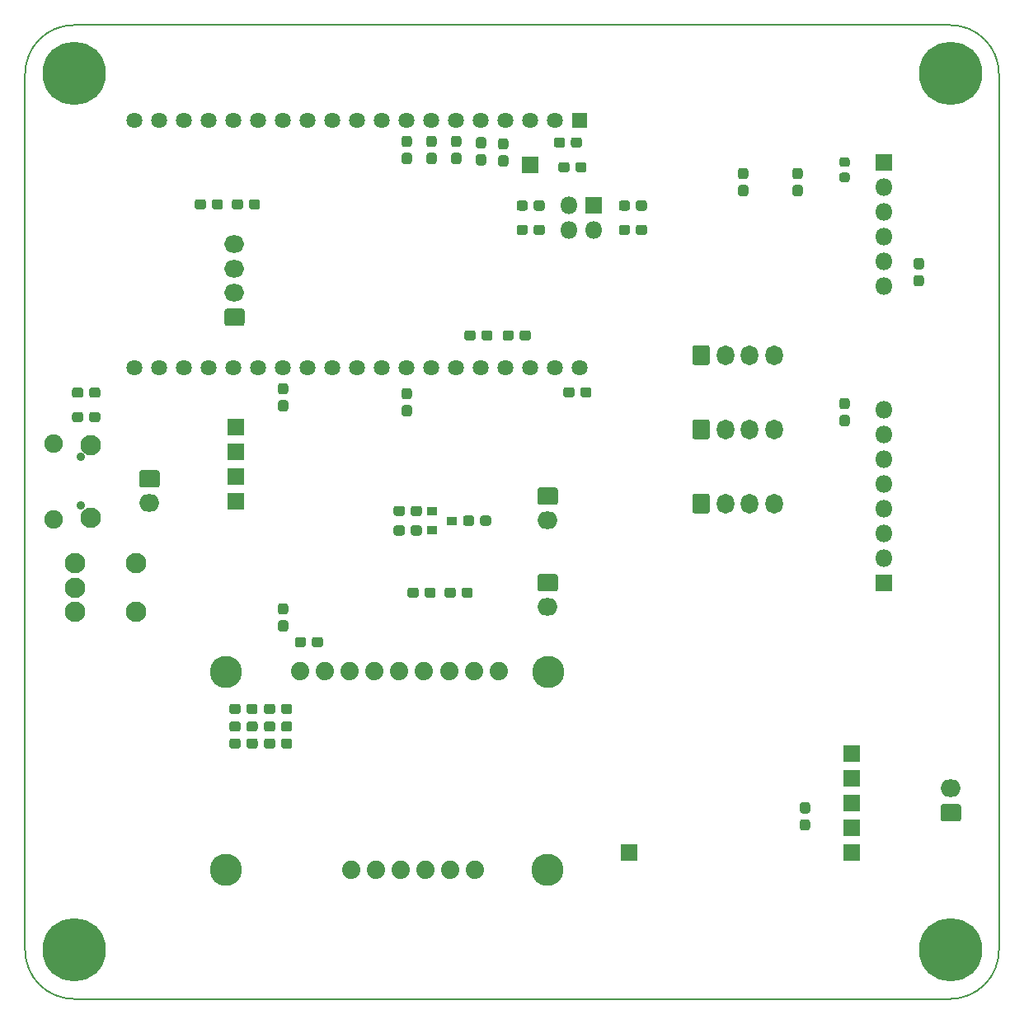
<source format=gbr>
%TF.GenerationSoftware,KiCad,Pcbnew,(5.1.6)-1*%
%TF.CreationDate,2021-04-07T10:22:09+02:00*%
%TF.ProjectId,03_La_Boite_A_Meuh,30335f4c-615f-4426-9f69-74655f415f4d,rev?*%
%TF.SameCoordinates,Original*%
%TF.FileFunction,Soldermask,Bot*%
%TF.FilePolarity,Negative*%
%FSLAX46Y46*%
G04 Gerber Fmt 4.6, Leading zero omitted, Abs format (unit mm)*
G04 Created by KiCad (PCBNEW (5.1.6)-1) date 2021-04-07 10:22:09*
%MOMM*%
%LPD*%
G01*
G04 APERTURE LIST*
%TA.AperFunction,Profile*%
%ADD10C,0.150000*%
%TD*%
%ADD11C,1.630000*%
%ADD12R,1.630000X1.630000*%
%ADD13R,1.800000X1.800000*%
%ADD14C,0.900000*%
%ADD15C,1.900000*%
%ADD16C,2.100000*%
%ADD17R,1.000000X0.900000*%
%ADD18C,6.500000*%
%ADD19O,2.100000X1.800000*%
%ADD20O,1.800000X2.050000*%
%ADD21O,1.800000X1.800000*%
%ADD22C,1.879600*%
%ADD23C,3.301600*%
%ADD24O,2.050000X1.800000*%
G04 APERTURE END LIST*
D10*
X180000000Y-55000000D02*
X195000000Y-55000000D01*
X157000000Y-55000000D02*
X180000000Y-55000000D01*
X195000000Y-55000000D02*
G75*
G02*
X200000000Y-60000000I0J-5000000D01*
G01*
X200000000Y-150000000D02*
G75*
G02*
X195000000Y-155000000I-5000000J0D01*
G01*
X105000000Y-155000000D02*
G75*
G02*
X100000000Y-150000000I0J5000000D01*
G01*
X100000000Y-60000000D02*
G75*
G02*
X105000000Y-55000000I5000000J0D01*
G01*
X100000000Y-150000000D02*
X100000000Y-60000000D01*
X195000000Y-155000000D02*
X105000000Y-155000000D01*
X200000000Y-60000000D02*
X200000000Y-150000000D01*
X105000000Y-55000000D02*
X157000000Y-55000000D01*
D11*
%TO.C,U2*%
X156962000Y-90170000D03*
X154422000Y-90170000D03*
X151882000Y-90170000D03*
X149342000Y-90170000D03*
X146802000Y-90170000D03*
X144262000Y-90170000D03*
X141722000Y-90170000D03*
X139182000Y-90170000D03*
X136642000Y-90170000D03*
X134102000Y-90170000D03*
X131562000Y-90170000D03*
X129022000Y-90170000D03*
X126482000Y-90170000D03*
X123942000Y-90170000D03*
X121402000Y-90170000D03*
X118862000Y-90170000D03*
X116322000Y-90170000D03*
X113782000Y-90170000D03*
X111242000Y-90170000D03*
X111242000Y-64770000D03*
X113782000Y-64770000D03*
X116322000Y-64770000D03*
X118862000Y-64770000D03*
X121402000Y-64770000D03*
X123942000Y-64770000D03*
X126482000Y-64770000D03*
X129022000Y-64770000D03*
X131562000Y-64770000D03*
X134102000Y-64770000D03*
X136642000Y-64770000D03*
X139182000Y-64770000D03*
X141722000Y-64770000D03*
X144262000Y-64770000D03*
X146802000Y-64770000D03*
X149342000Y-64770000D03*
X151882000Y-64770000D03*
X154422000Y-64770000D03*
D12*
X156962000Y-64770000D03*
%TD*%
D13*
%TO.C,U4*%
X121666000Y-103886000D03*
X121666000Y-101346000D03*
X121666000Y-98806000D03*
X121666000Y-96266000D03*
%TD*%
D14*
%TO.C,J9*%
X105702000Y-104354000D03*
X105702000Y-99354000D03*
D15*
X102952000Y-105729000D03*
X102952000Y-97979000D03*
D16*
X106752000Y-105579000D03*
X106752000Y-98129000D03*
%TD*%
%TO.C,R1*%
G36*
G01*
X106573001Y-93009499D02*
X106573001Y-92484499D01*
G75*
G02*
X106835501Y-92221999I262500J0D01*
G01*
X107460501Y-92221999D01*
G75*
G02*
X107723001Y-92484499I0J-262500D01*
G01*
X107723001Y-93009499D01*
G75*
G02*
X107460501Y-93271999I-262500J0D01*
G01*
X106835501Y-93271999D01*
G75*
G02*
X106573001Y-93009499I0J262500D01*
G01*
G37*
G36*
G01*
X104823001Y-93009499D02*
X104823001Y-92484499D01*
G75*
G02*
X105085501Y-92221999I262500J0D01*
G01*
X105710501Y-92221999D01*
G75*
G02*
X105973001Y-92484499I0J-262500D01*
G01*
X105973001Y-93009499D01*
G75*
G02*
X105710501Y-93271999I-262500J0D01*
G01*
X105085501Y-93271999D01*
G75*
G02*
X104823001Y-93009499I0J262500D01*
G01*
G37*
%TD*%
%TO.C,C1*%
G36*
G01*
X106573001Y-95519499D02*
X106573001Y-94994499D01*
G75*
G02*
X106835501Y-94731999I262500J0D01*
G01*
X107460501Y-94731999D01*
G75*
G02*
X107723001Y-94994499I0J-262500D01*
G01*
X107723001Y-95519499D01*
G75*
G02*
X107460501Y-95781999I-262500J0D01*
G01*
X106835501Y-95781999D01*
G75*
G02*
X106573001Y-95519499I0J262500D01*
G01*
G37*
G36*
G01*
X104823001Y-95519499D02*
X104823001Y-94994499D01*
G75*
G02*
X105085501Y-94731999I262500J0D01*
G01*
X105710501Y-94731999D01*
G75*
G02*
X105973001Y-94994499I0J-262500D01*
G01*
X105973001Y-95519499D01*
G75*
G02*
X105710501Y-95781999I-262500J0D01*
G01*
X105085501Y-95781999D01*
G75*
G02*
X104823001Y-95519499I0J262500D01*
G01*
G37*
%TD*%
%TO.C,R15*%
G36*
G01*
X122382000Y-73143500D02*
X122382000Y-73668500D01*
G75*
G02*
X122119500Y-73931000I-262500J0D01*
G01*
X121494500Y-73931000D01*
G75*
G02*
X121232000Y-73668500I0J262500D01*
G01*
X121232000Y-73143500D01*
G75*
G02*
X121494500Y-72881000I262500J0D01*
G01*
X122119500Y-72881000D01*
G75*
G02*
X122382000Y-73143500I0J-262500D01*
G01*
G37*
G36*
G01*
X124132000Y-73143500D02*
X124132000Y-73668500D01*
G75*
G02*
X123869500Y-73931000I-262500J0D01*
G01*
X123244500Y-73931000D01*
G75*
G02*
X122982000Y-73668500I0J262500D01*
G01*
X122982000Y-73143500D01*
G75*
G02*
X123244500Y-72881000I262500J0D01*
G01*
X123869500Y-72881000D01*
G75*
G02*
X124132000Y-73143500I0J-262500D01*
G01*
G37*
%TD*%
D17*
%TO.C,Q1*%
X143794000Y-105892000D03*
X141794000Y-104942000D03*
X141794000Y-106842000D03*
%TD*%
D14*
%TO.C,H3*%
X196697056Y-148302944D03*
X195000000Y-147600000D03*
X193302944Y-148302944D03*
X192600000Y-150000000D03*
X193302944Y-151697056D03*
X195000000Y-152400000D03*
X196697056Y-151697056D03*
X197400000Y-150000000D03*
D18*
X195000000Y-150000000D03*
%TD*%
D14*
%TO.C,H1*%
X106697056Y-58302944D03*
X105000000Y-57600000D03*
X103302944Y-58302944D03*
X102600000Y-60000000D03*
X103302944Y-61697056D03*
X105000000Y-62400000D03*
X106697056Y-61697056D03*
X107400000Y-60000000D03*
D18*
X105000000Y-60000000D03*
%TD*%
D14*
%TO.C,H2*%
X196697056Y-58302944D03*
X195000000Y-57600000D03*
X193302944Y-58302944D03*
X192600000Y-60000000D03*
X193302944Y-61697056D03*
X195000000Y-62400000D03*
X196697056Y-61697056D03*
X197400000Y-60000000D03*
D18*
X195000000Y-60000000D03*
%TD*%
D14*
%TO.C,H4*%
X106697056Y-148302944D03*
X105000000Y-147600000D03*
X103302944Y-148302944D03*
X102600000Y-150000000D03*
X103302944Y-151697056D03*
X105000000Y-152400000D03*
X106697056Y-151697056D03*
X107400000Y-150000000D03*
D18*
X105000000Y-150000000D03*
%TD*%
%TO.C,C4*%
G36*
G01*
X126284000Y-129040500D02*
X126284000Y-128515500D01*
G75*
G02*
X126546500Y-128253000I262500J0D01*
G01*
X127171500Y-128253000D01*
G75*
G02*
X127434000Y-128515500I0J-262500D01*
G01*
X127434000Y-129040500D01*
G75*
G02*
X127171500Y-129303000I-262500J0D01*
G01*
X126546500Y-129303000D01*
G75*
G02*
X126284000Y-129040500I0J262500D01*
G01*
G37*
G36*
G01*
X124534000Y-129040500D02*
X124534000Y-128515500D01*
G75*
G02*
X124796500Y-128253000I262500J0D01*
G01*
X125421500Y-128253000D01*
G75*
G02*
X125684000Y-128515500I0J-262500D01*
G01*
X125684000Y-129040500D01*
G75*
G02*
X125421500Y-129303000I-262500J0D01*
G01*
X124796500Y-129303000D01*
G75*
G02*
X124534000Y-129040500I0J262500D01*
G01*
G37*
%TD*%
%TO.C,C5*%
G36*
G01*
X126284000Y-127284500D02*
X126284000Y-126759500D01*
G75*
G02*
X126546500Y-126497000I262500J0D01*
G01*
X127171500Y-126497000D01*
G75*
G02*
X127434000Y-126759500I0J-262500D01*
G01*
X127434000Y-127284500D01*
G75*
G02*
X127171500Y-127547000I-262500J0D01*
G01*
X126546500Y-127547000D01*
G75*
G02*
X126284000Y-127284500I0J262500D01*
G01*
G37*
G36*
G01*
X124534000Y-127284500D02*
X124534000Y-126759500D01*
G75*
G02*
X124796500Y-126497000I262500J0D01*
G01*
X125421500Y-126497000D01*
G75*
G02*
X125684000Y-126759500I0J-262500D01*
G01*
X125684000Y-127284500D01*
G75*
G02*
X125421500Y-127547000I-262500J0D01*
G01*
X124796500Y-127547000D01*
G75*
G02*
X124534000Y-127284500I0J262500D01*
G01*
G37*
%TD*%
%TO.C,C6*%
G36*
G01*
X126284000Y-125484500D02*
X126284000Y-124959500D01*
G75*
G02*
X126546500Y-124697000I262500J0D01*
G01*
X127171500Y-124697000D01*
G75*
G02*
X127434000Y-124959500I0J-262500D01*
G01*
X127434000Y-125484500D01*
G75*
G02*
X127171500Y-125747000I-262500J0D01*
G01*
X126546500Y-125747000D01*
G75*
G02*
X126284000Y-125484500I0J262500D01*
G01*
G37*
G36*
G01*
X124534000Y-125484500D02*
X124534000Y-124959500D01*
G75*
G02*
X124796500Y-124697000I262500J0D01*
G01*
X125421500Y-124697000D01*
G75*
G02*
X125684000Y-124959500I0J-262500D01*
G01*
X125684000Y-125484500D01*
G75*
G02*
X125421500Y-125747000I-262500J0D01*
G01*
X124796500Y-125747000D01*
G75*
G02*
X124534000Y-125484500I0J262500D01*
G01*
G37*
%TD*%
D13*
%TO.C,J10*%
X151892000Y-69342000D03*
%TD*%
D19*
%TO.C,J18*%
X153670000Y-114768000D03*
G36*
G01*
X152884706Y-111368000D02*
X154455294Y-111368000D01*
G75*
G02*
X154720000Y-111632706I0J-264706D01*
G01*
X154720000Y-112903294D01*
G75*
G02*
X154455294Y-113168000I-264706J0D01*
G01*
X152884706Y-113168000D01*
G75*
G02*
X152620000Y-112903294I0J264706D01*
G01*
X152620000Y-111632706D01*
G75*
G02*
X152884706Y-111368000I264706J0D01*
G01*
G37*
%TD*%
%TO.C,J26*%
X153670000Y-105878000D03*
G36*
G01*
X152884706Y-102478000D02*
X154455294Y-102478000D01*
G75*
G02*
X154720000Y-102742706I0J-264706D01*
G01*
X154720000Y-104013294D01*
G75*
G02*
X154455294Y-104278000I-264706J0D01*
G01*
X152884706Y-104278000D01*
G75*
G02*
X152620000Y-104013294I0J264706D01*
G01*
X152620000Y-102742706D01*
G75*
G02*
X152884706Y-102478000I264706J0D01*
G01*
G37*
%TD*%
%TO.C,J29*%
X195072000Y-133390000D03*
G36*
G01*
X195857294Y-136790000D02*
X194286706Y-136790000D01*
G75*
G02*
X194022000Y-136525294I0J264706D01*
G01*
X194022000Y-135254706D01*
G75*
G02*
X194286706Y-134990000I264706J0D01*
G01*
X195857294Y-134990000D01*
G75*
G02*
X196122000Y-135254706I0J-264706D01*
G01*
X196122000Y-136525294D01*
G75*
G02*
X195857294Y-136790000I-264706J0D01*
G01*
G37*
%TD*%
%TO.C,R2*%
G36*
G01*
X122730000Y-129040500D02*
X122730000Y-128515500D01*
G75*
G02*
X122992500Y-128253000I262500J0D01*
G01*
X123617500Y-128253000D01*
G75*
G02*
X123880000Y-128515500I0J-262500D01*
G01*
X123880000Y-129040500D01*
G75*
G02*
X123617500Y-129303000I-262500J0D01*
G01*
X122992500Y-129303000D01*
G75*
G02*
X122730000Y-129040500I0J262500D01*
G01*
G37*
G36*
G01*
X120980000Y-129040500D02*
X120980000Y-128515500D01*
G75*
G02*
X121242500Y-128253000I262500J0D01*
G01*
X121867500Y-128253000D01*
G75*
G02*
X122130000Y-128515500I0J-262500D01*
G01*
X122130000Y-129040500D01*
G75*
G02*
X121867500Y-129303000I-262500J0D01*
G01*
X121242500Y-129303000D01*
G75*
G02*
X120980000Y-129040500I0J262500D01*
G01*
G37*
%TD*%
%TO.C,R4*%
G36*
G01*
X122730000Y-127284500D02*
X122730000Y-126759500D01*
G75*
G02*
X122992500Y-126497000I262500J0D01*
G01*
X123617500Y-126497000D01*
G75*
G02*
X123880000Y-126759500I0J-262500D01*
G01*
X123880000Y-127284500D01*
G75*
G02*
X123617500Y-127547000I-262500J0D01*
G01*
X122992500Y-127547000D01*
G75*
G02*
X122730000Y-127284500I0J262500D01*
G01*
G37*
G36*
G01*
X120980000Y-127284500D02*
X120980000Y-126759500D01*
G75*
G02*
X121242500Y-126497000I262500J0D01*
G01*
X121867500Y-126497000D01*
G75*
G02*
X122130000Y-126759500I0J-262500D01*
G01*
X122130000Y-127284500D01*
G75*
G02*
X121867500Y-127547000I-262500J0D01*
G01*
X121242500Y-127547000D01*
G75*
G02*
X120980000Y-127284500I0J262500D01*
G01*
G37*
%TD*%
%TO.C,R6*%
G36*
G01*
X122728000Y-125484500D02*
X122728000Y-124959500D01*
G75*
G02*
X122990500Y-124697000I262500J0D01*
G01*
X123615500Y-124697000D01*
G75*
G02*
X123878000Y-124959500I0J-262500D01*
G01*
X123878000Y-125484500D01*
G75*
G02*
X123615500Y-125747000I-262500J0D01*
G01*
X122990500Y-125747000D01*
G75*
G02*
X122728000Y-125484500I0J262500D01*
G01*
G37*
G36*
G01*
X120978000Y-125484500D02*
X120978000Y-124959500D01*
G75*
G02*
X121240500Y-124697000I262500J0D01*
G01*
X121865500Y-124697000D01*
G75*
G02*
X122128000Y-124959500I0J-262500D01*
G01*
X122128000Y-125484500D01*
G75*
G02*
X121865500Y-125747000I-262500J0D01*
G01*
X121240500Y-125747000D01*
G75*
G02*
X120978000Y-125484500I0J262500D01*
G01*
G37*
%TD*%
%TO.C,R7*%
G36*
G01*
X156046000Y-67318500D02*
X156046000Y-66793500D01*
G75*
G02*
X156308500Y-66531000I262500J0D01*
G01*
X156933500Y-66531000D01*
G75*
G02*
X157196000Y-66793500I0J-262500D01*
G01*
X157196000Y-67318500D01*
G75*
G02*
X156933500Y-67581000I-262500J0D01*
G01*
X156308500Y-67581000D01*
G75*
G02*
X156046000Y-67318500I0J262500D01*
G01*
G37*
G36*
G01*
X154296000Y-67318500D02*
X154296000Y-66793500D01*
G75*
G02*
X154558500Y-66531000I262500J0D01*
G01*
X155183500Y-66531000D01*
G75*
G02*
X155446000Y-66793500I0J-262500D01*
G01*
X155446000Y-67318500D01*
G75*
G02*
X155183500Y-67581000I-262500J0D01*
G01*
X154558500Y-67581000D01*
G75*
G02*
X154296000Y-67318500I0J262500D01*
G01*
G37*
%TD*%
%TO.C,R8*%
G36*
G01*
X146858000Y-87130500D02*
X146858000Y-86605500D01*
G75*
G02*
X147120500Y-86343000I262500J0D01*
G01*
X147745500Y-86343000D01*
G75*
G02*
X148008000Y-86605500I0J-262500D01*
G01*
X148008000Y-87130500D01*
G75*
G02*
X147745500Y-87393000I-262500J0D01*
G01*
X147120500Y-87393000D01*
G75*
G02*
X146858000Y-87130500I0J262500D01*
G01*
G37*
G36*
G01*
X145108000Y-87130500D02*
X145108000Y-86605500D01*
G75*
G02*
X145370500Y-86343000I262500J0D01*
G01*
X145995500Y-86343000D01*
G75*
G02*
X146258000Y-86605500I0J-262500D01*
G01*
X146258000Y-87130500D01*
G75*
G02*
X145995500Y-87393000I-262500J0D01*
G01*
X145370500Y-87393000D01*
G75*
G02*
X145108000Y-87130500I0J262500D01*
G01*
G37*
%TD*%
%TO.C,R9*%
G36*
G01*
X150181000Y-86605500D02*
X150181000Y-87130500D01*
G75*
G02*
X149918500Y-87393000I-262500J0D01*
G01*
X149293500Y-87393000D01*
G75*
G02*
X149031000Y-87130500I0J262500D01*
G01*
X149031000Y-86605500D01*
G75*
G02*
X149293500Y-86343000I262500J0D01*
G01*
X149918500Y-86343000D01*
G75*
G02*
X150181000Y-86605500I0J-262500D01*
G01*
G37*
G36*
G01*
X151931000Y-86605500D02*
X151931000Y-87130500D01*
G75*
G02*
X151668500Y-87393000I-262500J0D01*
G01*
X151043500Y-87393000D01*
G75*
G02*
X150781000Y-87130500I0J262500D01*
G01*
X150781000Y-86605500D01*
G75*
G02*
X151043500Y-86343000I262500J0D01*
G01*
X151668500Y-86343000D01*
G75*
G02*
X151931000Y-86605500I0J-262500D01*
G01*
G37*
%TD*%
%TO.C,R12*%
G36*
G01*
X144826000Y-113546500D02*
X144826000Y-113021500D01*
G75*
G02*
X145088500Y-112759000I262500J0D01*
G01*
X145713500Y-112759000D01*
G75*
G02*
X145976000Y-113021500I0J-262500D01*
G01*
X145976000Y-113546500D01*
G75*
G02*
X145713500Y-113809000I-262500J0D01*
G01*
X145088500Y-113809000D01*
G75*
G02*
X144826000Y-113546500I0J262500D01*
G01*
G37*
G36*
G01*
X143076000Y-113546500D02*
X143076000Y-113021500D01*
G75*
G02*
X143338500Y-112759000I262500J0D01*
G01*
X143963500Y-112759000D01*
G75*
G02*
X144226000Y-113021500I0J-262500D01*
G01*
X144226000Y-113546500D01*
G75*
G02*
X143963500Y-113809000I-262500J0D01*
G01*
X143338500Y-113809000D01*
G75*
G02*
X143076000Y-113546500I0J262500D01*
G01*
G37*
%TD*%
%TO.C,R13*%
G36*
G01*
X183887500Y-95042000D02*
X184412500Y-95042000D01*
G75*
G02*
X184675000Y-95304500I0J-262500D01*
G01*
X184675000Y-95929500D01*
G75*
G02*
X184412500Y-96192000I-262500J0D01*
G01*
X183887500Y-96192000D01*
G75*
G02*
X183625000Y-95929500I0J262500D01*
G01*
X183625000Y-95304500D01*
G75*
G02*
X183887500Y-95042000I262500J0D01*
G01*
G37*
G36*
G01*
X183887500Y-93292000D02*
X184412500Y-93292000D01*
G75*
G02*
X184675000Y-93554500I0J-262500D01*
G01*
X184675000Y-94179500D01*
G75*
G02*
X184412500Y-94442000I-262500J0D01*
G01*
X183887500Y-94442000D01*
G75*
G02*
X183625000Y-94179500I0J262500D01*
G01*
X183625000Y-93554500D01*
G75*
G02*
X183887500Y-93292000I262500J0D01*
G01*
G37*
%TD*%
%TO.C,R14*%
G36*
G01*
X118572000Y-73143500D02*
X118572000Y-73668500D01*
G75*
G02*
X118309500Y-73931000I-262500J0D01*
G01*
X117684500Y-73931000D01*
G75*
G02*
X117422000Y-73668500I0J262500D01*
G01*
X117422000Y-73143500D01*
G75*
G02*
X117684500Y-72881000I262500J0D01*
G01*
X118309500Y-72881000D01*
G75*
G02*
X118572000Y-73143500I0J-262500D01*
G01*
G37*
G36*
G01*
X120322000Y-73143500D02*
X120322000Y-73668500D01*
G75*
G02*
X120059500Y-73931000I-262500J0D01*
G01*
X119434500Y-73931000D01*
G75*
G02*
X119172000Y-73668500I0J262500D01*
G01*
X119172000Y-73143500D01*
G75*
G02*
X119434500Y-72881000I262500J0D01*
G01*
X120059500Y-72881000D01*
G75*
G02*
X120322000Y-73143500I0J-262500D01*
G01*
G37*
%TD*%
%TO.C,R16*%
G36*
G01*
X146719000Y-106154500D02*
X146719000Y-105629500D01*
G75*
G02*
X146981500Y-105367000I262500J0D01*
G01*
X147606500Y-105367000D01*
G75*
G02*
X147869000Y-105629500I0J-262500D01*
G01*
X147869000Y-106154500D01*
G75*
G02*
X147606500Y-106417000I-262500J0D01*
G01*
X146981500Y-106417000D01*
G75*
G02*
X146719000Y-106154500I0J262500D01*
G01*
G37*
G36*
G01*
X144969000Y-106154500D02*
X144969000Y-105629500D01*
G75*
G02*
X145231500Y-105367000I262500J0D01*
G01*
X145856500Y-105367000D01*
G75*
G02*
X146119000Y-105629500I0J-262500D01*
G01*
X146119000Y-106154500D01*
G75*
G02*
X145856500Y-106417000I-262500J0D01*
G01*
X145231500Y-106417000D01*
G75*
G02*
X144969000Y-106154500I0J262500D01*
G01*
G37*
%TD*%
%TO.C,R17*%
G36*
G01*
X139594000Y-107154500D02*
X139594000Y-106629500D01*
G75*
G02*
X139856500Y-106367000I262500J0D01*
G01*
X140481500Y-106367000D01*
G75*
G02*
X140744000Y-106629500I0J-262500D01*
G01*
X140744000Y-107154500D01*
G75*
G02*
X140481500Y-107417000I-262500J0D01*
G01*
X139856500Y-107417000D01*
G75*
G02*
X139594000Y-107154500I0J262500D01*
G01*
G37*
G36*
G01*
X137844000Y-107154500D02*
X137844000Y-106629500D01*
G75*
G02*
X138106500Y-106367000I262500J0D01*
G01*
X138731500Y-106367000D01*
G75*
G02*
X138994000Y-106629500I0J-262500D01*
G01*
X138994000Y-107154500D01*
G75*
G02*
X138731500Y-107417000I-262500J0D01*
G01*
X138106500Y-107417000D01*
G75*
G02*
X137844000Y-107154500I0J262500D01*
G01*
G37*
%TD*%
%TO.C,R18*%
G36*
G01*
X138994000Y-104629500D02*
X138994000Y-105154500D01*
G75*
G02*
X138731500Y-105417000I-262500J0D01*
G01*
X138106500Y-105417000D01*
G75*
G02*
X137844000Y-105154500I0J262500D01*
G01*
X137844000Y-104629500D01*
G75*
G02*
X138106500Y-104367000I262500J0D01*
G01*
X138731500Y-104367000D01*
G75*
G02*
X138994000Y-104629500I0J-262500D01*
G01*
G37*
G36*
G01*
X140744000Y-104629500D02*
X140744000Y-105154500D01*
G75*
G02*
X140481500Y-105417000I-262500J0D01*
G01*
X139856500Y-105417000D01*
G75*
G02*
X139594000Y-105154500I0J262500D01*
G01*
X139594000Y-104629500D01*
G75*
G02*
X139856500Y-104367000I262500J0D01*
G01*
X140481500Y-104367000D01*
G75*
G02*
X140744000Y-104629500I0J-262500D01*
G01*
G37*
%TD*%
D20*
%TO.C,J7*%
X176918000Y-88900000D03*
X174418000Y-88900000D03*
X171918000Y-88900000D03*
G36*
G01*
X168518000Y-89660294D02*
X168518000Y-88139706D01*
G75*
G02*
X168782706Y-87875000I264706J0D01*
G01*
X170053294Y-87875000D01*
G75*
G02*
X170318000Y-88139706I0J-264706D01*
G01*
X170318000Y-89660294D01*
G75*
G02*
X170053294Y-89925000I-264706J0D01*
G01*
X168782706Y-89925000D01*
G75*
G02*
X168518000Y-89660294I0J264706D01*
G01*
G37*
%TD*%
%TO.C,J8*%
X176918000Y-104140000D03*
X174418000Y-104140000D03*
X171918000Y-104140000D03*
G36*
G01*
X168518000Y-104900294D02*
X168518000Y-103379706D01*
G75*
G02*
X168782706Y-103115000I264706J0D01*
G01*
X170053294Y-103115000D01*
G75*
G02*
X170318000Y-103379706I0J-264706D01*
G01*
X170318000Y-104900294D01*
G75*
G02*
X170053294Y-105165000I-264706J0D01*
G01*
X168782706Y-105165000D01*
G75*
G02*
X168518000Y-104900294I0J264706D01*
G01*
G37*
%TD*%
%TO.C,J11*%
X176918000Y-96520000D03*
X174418000Y-96520000D03*
X171918000Y-96520000D03*
G36*
G01*
X168518000Y-97280294D02*
X168518000Y-95759706D01*
G75*
G02*
X168782706Y-95495000I264706J0D01*
G01*
X170053294Y-95495000D01*
G75*
G02*
X170318000Y-95759706I0J-264706D01*
G01*
X170318000Y-97280294D01*
G75*
G02*
X170053294Y-97545000I-264706J0D01*
G01*
X168782706Y-97545000D01*
G75*
G02*
X168518000Y-97280294I0J264706D01*
G01*
G37*
%TD*%
%TO.C,C7*%
G36*
G01*
X183868750Y-70150000D02*
X184431250Y-70150000D01*
G75*
G02*
X184675000Y-70393750I0J-243750D01*
G01*
X184675000Y-70881250D01*
G75*
G02*
X184431250Y-71125000I-243750J0D01*
G01*
X183868750Y-71125000D01*
G75*
G02*
X183625000Y-70881250I0J243750D01*
G01*
X183625000Y-70393750D01*
G75*
G02*
X183868750Y-70150000I243750J0D01*
G01*
G37*
G36*
G01*
X183868750Y-68575000D02*
X184431250Y-68575000D01*
G75*
G02*
X184675000Y-68818750I0J-243750D01*
G01*
X184675000Y-69306250D01*
G75*
G02*
X184431250Y-69550000I-243750J0D01*
G01*
X183868750Y-69550000D01*
G75*
G02*
X183625000Y-69306250I0J243750D01*
G01*
X183625000Y-68818750D01*
G75*
G02*
X183868750Y-68575000I243750J0D01*
G01*
G37*
%TD*%
D21*
%TO.C,J2*%
X188214000Y-81788000D03*
X188214000Y-79248000D03*
X188214000Y-76708000D03*
X188214000Y-74168000D03*
X188214000Y-71628000D03*
D13*
X188214000Y-69088000D03*
%TD*%
D21*
%TO.C,J5*%
X155876000Y-76072000D03*
X155876000Y-73532000D03*
X158416000Y-76072000D03*
D13*
X158416000Y-73532000D03*
%TD*%
%TO.C,R3*%
G36*
G01*
X126754500Y-115524000D02*
X126229500Y-115524000D01*
G75*
G02*
X125967000Y-115261500I0J262500D01*
G01*
X125967000Y-114636500D01*
G75*
G02*
X126229500Y-114374000I262500J0D01*
G01*
X126754500Y-114374000D01*
G75*
G02*
X127017000Y-114636500I0J-262500D01*
G01*
X127017000Y-115261500D01*
G75*
G02*
X126754500Y-115524000I-262500J0D01*
G01*
G37*
G36*
G01*
X126754500Y-117274000D02*
X126229500Y-117274000D01*
G75*
G02*
X125967000Y-117011500I0J262500D01*
G01*
X125967000Y-116386500D01*
G75*
G02*
X126229500Y-116124000I262500J0D01*
G01*
X126754500Y-116124000D01*
G75*
G02*
X127017000Y-116386500I0J-262500D01*
G01*
X127017000Y-117011500D01*
G75*
G02*
X126754500Y-117274000I-262500J0D01*
G01*
G37*
%TD*%
%TO.C,R10*%
G36*
G01*
X128845000Y-118101500D02*
X128845000Y-118626500D01*
G75*
G02*
X128582500Y-118889000I-262500J0D01*
G01*
X127957500Y-118889000D01*
G75*
G02*
X127695000Y-118626500I0J262500D01*
G01*
X127695000Y-118101500D01*
G75*
G02*
X127957500Y-117839000I262500J0D01*
G01*
X128582500Y-117839000D01*
G75*
G02*
X128845000Y-118101500I0J-262500D01*
G01*
G37*
G36*
G01*
X130595000Y-118101500D02*
X130595000Y-118626500D01*
G75*
G02*
X130332500Y-118889000I-262500J0D01*
G01*
X129707500Y-118889000D01*
G75*
G02*
X129445000Y-118626500I0J262500D01*
G01*
X129445000Y-118101500D01*
G75*
G02*
X129707500Y-117839000I262500J0D01*
G01*
X130332500Y-117839000D01*
G75*
G02*
X130595000Y-118101500I0J-262500D01*
G01*
G37*
%TD*%
%TO.C,R11*%
G36*
G01*
X173473500Y-71420000D02*
X173998500Y-71420000D01*
G75*
G02*
X174261000Y-71682500I0J-262500D01*
G01*
X174261000Y-72307500D01*
G75*
G02*
X173998500Y-72570000I-262500J0D01*
G01*
X173473500Y-72570000D01*
G75*
G02*
X173211000Y-72307500I0J262500D01*
G01*
X173211000Y-71682500D01*
G75*
G02*
X173473500Y-71420000I262500J0D01*
G01*
G37*
G36*
G01*
X173473500Y-69670000D02*
X173998500Y-69670000D01*
G75*
G02*
X174261000Y-69932500I0J-262500D01*
G01*
X174261000Y-70557500D01*
G75*
G02*
X173998500Y-70820000I-262500J0D01*
G01*
X173473500Y-70820000D01*
G75*
G02*
X173211000Y-70557500I0J262500D01*
G01*
X173211000Y-69932500D01*
G75*
G02*
X173473500Y-69670000I262500J0D01*
G01*
G37*
%TD*%
%TO.C,R19*%
G36*
G01*
X179061500Y-71420000D02*
X179586500Y-71420000D01*
G75*
G02*
X179849000Y-71682500I0J-262500D01*
G01*
X179849000Y-72307500D01*
G75*
G02*
X179586500Y-72570000I-262500J0D01*
G01*
X179061500Y-72570000D01*
G75*
G02*
X178799000Y-72307500I0J262500D01*
G01*
X178799000Y-71682500D01*
G75*
G02*
X179061500Y-71420000I262500J0D01*
G01*
G37*
G36*
G01*
X179061500Y-69670000D02*
X179586500Y-69670000D01*
G75*
G02*
X179849000Y-69932500I0J-262500D01*
G01*
X179849000Y-70557500D01*
G75*
G02*
X179586500Y-70820000I-262500J0D01*
G01*
X179061500Y-70820000D01*
G75*
G02*
X178799000Y-70557500I0J262500D01*
G01*
X178799000Y-69932500D01*
G75*
G02*
X179061500Y-69670000I262500J0D01*
G01*
G37*
%TD*%
%TO.C,R22*%
G36*
G01*
X156418000Y-92447500D02*
X156418000Y-92972500D01*
G75*
G02*
X156155500Y-93235000I-262500J0D01*
G01*
X155530500Y-93235000D01*
G75*
G02*
X155268000Y-92972500I0J262500D01*
G01*
X155268000Y-92447500D01*
G75*
G02*
X155530500Y-92185000I262500J0D01*
G01*
X156155500Y-92185000D01*
G75*
G02*
X156418000Y-92447500I0J-262500D01*
G01*
G37*
G36*
G01*
X158168000Y-92447500D02*
X158168000Y-92972500D01*
G75*
G02*
X157905500Y-93235000I-262500J0D01*
G01*
X157280500Y-93235000D01*
G75*
G02*
X157018000Y-92972500I0J262500D01*
G01*
X157018000Y-92447500D01*
G75*
G02*
X157280500Y-92185000I262500J0D01*
G01*
X157905500Y-92185000D01*
G75*
G02*
X158168000Y-92447500I0J-262500D01*
G01*
G37*
%TD*%
%TO.C,R23*%
G36*
G01*
X148835500Y-68372000D02*
X149360500Y-68372000D01*
G75*
G02*
X149623000Y-68634500I0J-262500D01*
G01*
X149623000Y-69259500D01*
G75*
G02*
X149360500Y-69522000I-262500J0D01*
G01*
X148835500Y-69522000D01*
G75*
G02*
X148573000Y-69259500I0J262500D01*
G01*
X148573000Y-68634500D01*
G75*
G02*
X148835500Y-68372000I262500J0D01*
G01*
G37*
G36*
G01*
X148835500Y-66622000D02*
X149360500Y-66622000D01*
G75*
G02*
X149623000Y-66884500I0J-262500D01*
G01*
X149623000Y-67509500D01*
G75*
G02*
X149360500Y-67772000I-262500J0D01*
G01*
X148835500Y-67772000D01*
G75*
G02*
X148573000Y-67509500I0J262500D01*
G01*
X148573000Y-66884500D01*
G75*
G02*
X148835500Y-66622000I262500J0D01*
G01*
G37*
%TD*%
%TO.C,R24*%
G36*
G01*
X126754500Y-92918000D02*
X126229500Y-92918000D01*
G75*
G02*
X125967000Y-92655500I0J262500D01*
G01*
X125967000Y-92030500D01*
G75*
G02*
X126229500Y-91768000I262500J0D01*
G01*
X126754500Y-91768000D01*
G75*
G02*
X127017000Y-92030500I0J-262500D01*
G01*
X127017000Y-92655500D01*
G75*
G02*
X126754500Y-92918000I-262500J0D01*
G01*
G37*
G36*
G01*
X126754500Y-94668000D02*
X126229500Y-94668000D01*
G75*
G02*
X125967000Y-94405500I0J262500D01*
G01*
X125967000Y-93780500D01*
G75*
G02*
X126229500Y-93518000I262500J0D01*
G01*
X126754500Y-93518000D01*
G75*
G02*
X127017000Y-93780500I0J-262500D01*
G01*
X127017000Y-94405500D01*
G75*
G02*
X126754500Y-94668000I-262500J0D01*
G01*
G37*
%TD*%
%TO.C,R25*%
G36*
G01*
X144009500Y-68118000D02*
X144534500Y-68118000D01*
G75*
G02*
X144797000Y-68380500I0J-262500D01*
G01*
X144797000Y-69005500D01*
G75*
G02*
X144534500Y-69268000I-262500J0D01*
G01*
X144009500Y-69268000D01*
G75*
G02*
X143747000Y-69005500I0J262500D01*
G01*
X143747000Y-68380500D01*
G75*
G02*
X144009500Y-68118000I262500J0D01*
G01*
G37*
G36*
G01*
X144009500Y-66368000D02*
X144534500Y-66368000D01*
G75*
G02*
X144797000Y-66630500I0J-262500D01*
G01*
X144797000Y-67255500D01*
G75*
G02*
X144534500Y-67518000I-262500J0D01*
G01*
X144009500Y-67518000D01*
G75*
G02*
X143747000Y-67255500I0J262500D01*
G01*
X143747000Y-66630500D01*
G75*
G02*
X144009500Y-66368000I262500J0D01*
G01*
G37*
%TD*%
%TO.C,R26*%
G36*
G01*
X141469500Y-68118000D02*
X141994500Y-68118000D01*
G75*
G02*
X142257000Y-68380500I0J-262500D01*
G01*
X142257000Y-69005500D01*
G75*
G02*
X141994500Y-69268000I-262500J0D01*
G01*
X141469500Y-69268000D01*
G75*
G02*
X141207000Y-69005500I0J262500D01*
G01*
X141207000Y-68380500D01*
G75*
G02*
X141469500Y-68118000I262500J0D01*
G01*
G37*
G36*
G01*
X141469500Y-66368000D02*
X141994500Y-66368000D01*
G75*
G02*
X142257000Y-66630500I0J-262500D01*
G01*
X142257000Y-67255500D01*
G75*
G02*
X141994500Y-67518000I-262500J0D01*
G01*
X141469500Y-67518000D01*
G75*
G02*
X141207000Y-67255500I0J262500D01*
G01*
X141207000Y-66630500D01*
G75*
G02*
X141469500Y-66368000I262500J0D01*
G01*
G37*
%TD*%
%TO.C,R27*%
G36*
G01*
X138929500Y-68118000D02*
X139454500Y-68118000D01*
G75*
G02*
X139717000Y-68380500I0J-262500D01*
G01*
X139717000Y-69005500D01*
G75*
G02*
X139454500Y-69268000I-262500J0D01*
G01*
X138929500Y-69268000D01*
G75*
G02*
X138667000Y-69005500I0J262500D01*
G01*
X138667000Y-68380500D01*
G75*
G02*
X138929500Y-68118000I262500J0D01*
G01*
G37*
G36*
G01*
X138929500Y-66368000D02*
X139454500Y-66368000D01*
G75*
G02*
X139717000Y-66630500I0J-262500D01*
G01*
X139717000Y-67255500D01*
G75*
G02*
X139454500Y-67518000I-262500J0D01*
G01*
X138929500Y-67518000D01*
G75*
G02*
X138667000Y-67255500I0J262500D01*
G01*
X138667000Y-66630500D01*
G75*
G02*
X138929500Y-66368000I262500J0D01*
G01*
G37*
%TD*%
%TO.C,R32*%
G36*
G01*
X140416000Y-113021500D02*
X140416000Y-113546500D01*
G75*
G02*
X140153500Y-113809000I-262500J0D01*
G01*
X139528500Y-113809000D01*
G75*
G02*
X139266000Y-113546500I0J262500D01*
G01*
X139266000Y-113021500D01*
G75*
G02*
X139528500Y-112759000I262500J0D01*
G01*
X140153500Y-112759000D01*
G75*
G02*
X140416000Y-113021500I0J-262500D01*
G01*
G37*
G36*
G01*
X142166000Y-113021500D02*
X142166000Y-113546500D01*
G75*
G02*
X141903500Y-113809000I-262500J0D01*
G01*
X141278500Y-113809000D01*
G75*
G02*
X141016000Y-113546500I0J262500D01*
G01*
X141016000Y-113021500D01*
G75*
G02*
X141278500Y-112759000I262500J0D01*
G01*
X141903500Y-112759000D01*
G75*
G02*
X142166000Y-113021500I0J-262500D01*
G01*
G37*
%TD*%
%TO.C,R38*%
G36*
G01*
X139454500Y-93426000D02*
X138929500Y-93426000D01*
G75*
G02*
X138667000Y-93163500I0J262500D01*
G01*
X138667000Y-92538500D01*
G75*
G02*
X138929500Y-92276000I262500J0D01*
G01*
X139454500Y-92276000D01*
G75*
G02*
X139717000Y-92538500I0J-262500D01*
G01*
X139717000Y-93163500D01*
G75*
G02*
X139454500Y-93426000I-262500J0D01*
G01*
G37*
G36*
G01*
X139454500Y-95176000D02*
X138929500Y-95176000D01*
G75*
G02*
X138667000Y-94913500I0J262500D01*
G01*
X138667000Y-94288500D01*
G75*
G02*
X138929500Y-94026000I262500J0D01*
G01*
X139454500Y-94026000D01*
G75*
G02*
X139717000Y-94288500I0J-262500D01*
G01*
X139717000Y-94913500D01*
G75*
G02*
X139454500Y-95176000I-262500J0D01*
G01*
G37*
%TD*%
%TO.C,R43*%
G36*
G01*
X192032500Y-80077000D02*
X191507500Y-80077000D01*
G75*
G02*
X191245000Y-79814500I0J262500D01*
G01*
X191245000Y-79189500D01*
G75*
G02*
X191507500Y-78927000I262500J0D01*
G01*
X192032500Y-78927000D01*
G75*
G02*
X192295000Y-79189500I0J-262500D01*
G01*
X192295000Y-79814500D01*
G75*
G02*
X192032500Y-80077000I-262500J0D01*
G01*
G37*
G36*
G01*
X192032500Y-81827000D02*
X191507500Y-81827000D01*
G75*
G02*
X191245000Y-81564500I0J262500D01*
G01*
X191245000Y-80939500D01*
G75*
G02*
X191507500Y-80677000I262500J0D01*
G01*
X192032500Y-80677000D01*
G75*
G02*
X192295000Y-80939500I0J-262500D01*
G01*
X192295000Y-81564500D01*
G75*
G02*
X192032500Y-81827000I-262500J0D01*
G01*
G37*
%TD*%
%TO.C,R44*%
G36*
G01*
X162716000Y-73794500D02*
X162716000Y-73269500D01*
G75*
G02*
X162978500Y-73007000I262500J0D01*
G01*
X163603500Y-73007000D01*
G75*
G02*
X163866000Y-73269500I0J-262500D01*
G01*
X163866000Y-73794500D01*
G75*
G02*
X163603500Y-74057000I-262500J0D01*
G01*
X162978500Y-74057000D01*
G75*
G02*
X162716000Y-73794500I0J262500D01*
G01*
G37*
G36*
G01*
X160966000Y-73794500D02*
X160966000Y-73269500D01*
G75*
G02*
X161228500Y-73007000I262500J0D01*
G01*
X161853500Y-73007000D01*
G75*
G02*
X162116000Y-73269500I0J-262500D01*
G01*
X162116000Y-73794500D01*
G75*
G02*
X161853500Y-74057000I-262500J0D01*
G01*
X161228500Y-74057000D01*
G75*
G02*
X160966000Y-73794500I0J262500D01*
G01*
G37*
%TD*%
%TO.C,R45*%
G36*
G01*
X152216000Y-76294500D02*
X152216000Y-75769500D01*
G75*
G02*
X152478500Y-75507000I262500J0D01*
G01*
X153103500Y-75507000D01*
G75*
G02*
X153366000Y-75769500I0J-262500D01*
G01*
X153366000Y-76294500D01*
G75*
G02*
X153103500Y-76557000I-262500J0D01*
G01*
X152478500Y-76557000D01*
G75*
G02*
X152216000Y-76294500I0J262500D01*
G01*
G37*
G36*
G01*
X150466000Y-76294500D02*
X150466000Y-75769500D01*
G75*
G02*
X150728500Y-75507000I262500J0D01*
G01*
X151353500Y-75507000D01*
G75*
G02*
X151616000Y-75769500I0J-262500D01*
G01*
X151616000Y-76294500D01*
G75*
G02*
X151353500Y-76557000I-262500J0D01*
G01*
X150728500Y-76557000D01*
G75*
G02*
X150466000Y-76294500I0J262500D01*
G01*
G37*
%TD*%
%TO.C,R46*%
G36*
G01*
X156510000Y-69858500D02*
X156510000Y-69333500D01*
G75*
G02*
X156772500Y-69071000I262500J0D01*
G01*
X157397500Y-69071000D01*
G75*
G02*
X157660000Y-69333500I0J-262500D01*
G01*
X157660000Y-69858500D01*
G75*
G02*
X157397500Y-70121000I-262500J0D01*
G01*
X156772500Y-70121000D01*
G75*
G02*
X156510000Y-69858500I0J262500D01*
G01*
G37*
G36*
G01*
X154760000Y-69858500D02*
X154760000Y-69333500D01*
G75*
G02*
X155022500Y-69071000I262500J0D01*
G01*
X155647500Y-69071000D01*
G75*
G02*
X155910000Y-69333500I0J-262500D01*
G01*
X155910000Y-69858500D01*
G75*
G02*
X155647500Y-70121000I-262500J0D01*
G01*
X155022500Y-70121000D01*
G75*
G02*
X154760000Y-69858500I0J262500D01*
G01*
G37*
%TD*%
%TO.C,R47*%
G36*
G01*
X162716000Y-76294500D02*
X162716000Y-75769500D01*
G75*
G02*
X162978500Y-75507000I262500J0D01*
G01*
X163603500Y-75507000D01*
G75*
G02*
X163866000Y-75769500I0J-262500D01*
G01*
X163866000Y-76294500D01*
G75*
G02*
X163603500Y-76557000I-262500J0D01*
G01*
X162978500Y-76557000D01*
G75*
G02*
X162716000Y-76294500I0J262500D01*
G01*
G37*
G36*
G01*
X160966000Y-76294500D02*
X160966000Y-75769500D01*
G75*
G02*
X161228500Y-75507000I262500J0D01*
G01*
X161853500Y-75507000D01*
G75*
G02*
X162116000Y-75769500I0J-262500D01*
G01*
X162116000Y-76294500D01*
G75*
G02*
X161853500Y-76557000I-262500J0D01*
G01*
X161228500Y-76557000D01*
G75*
G02*
X160966000Y-76294500I0J262500D01*
G01*
G37*
%TD*%
%TO.C,R48*%
G36*
G01*
X152216000Y-73794500D02*
X152216000Y-73269500D01*
G75*
G02*
X152478500Y-73007000I262500J0D01*
G01*
X153103500Y-73007000D01*
G75*
G02*
X153366000Y-73269500I0J-262500D01*
G01*
X153366000Y-73794500D01*
G75*
G02*
X153103500Y-74057000I-262500J0D01*
G01*
X152478500Y-74057000D01*
G75*
G02*
X152216000Y-73794500I0J262500D01*
G01*
G37*
G36*
G01*
X150466000Y-73794500D02*
X150466000Y-73269500D01*
G75*
G02*
X150728500Y-73007000I262500J0D01*
G01*
X151353500Y-73007000D01*
G75*
G02*
X151616000Y-73269500I0J-262500D01*
G01*
X151616000Y-73794500D01*
G75*
G02*
X151353500Y-74057000I-262500J0D01*
G01*
X150728500Y-74057000D01*
G75*
G02*
X150466000Y-73794500I0J262500D01*
G01*
G37*
%TD*%
D19*
%TO.C,J4*%
X112776000Y-104100000D03*
G36*
G01*
X111990706Y-100700000D02*
X113561294Y-100700000D01*
G75*
G02*
X113826000Y-100964706I0J-264706D01*
G01*
X113826000Y-102235294D01*
G75*
G02*
X113561294Y-102500000I-264706J0D01*
G01*
X111990706Y-102500000D01*
G75*
G02*
X111726000Y-102235294I0J264706D01*
G01*
X111726000Y-100964706D01*
G75*
G02*
X111990706Y-100700000I264706J0D01*
G01*
G37*
%TD*%
D21*
%TO.C,J3*%
X188214000Y-94488000D03*
X188214000Y-97028000D03*
X188214000Y-99568000D03*
X188214000Y-102108000D03*
X188214000Y-104648000D03*
X188214000Y-107188000D03*
X188214000Y-109728000D03*
D13*
X188214000Y-112268000D03*
%TD*%
%TO.C,R20*%
G36*
G01*
X146549500Y-68259000D02*
X147074500Y-68259000D01*
G75*
G02*
X147337000Y-68521500I0J-262500D01*
G01*
X147337000Y-69146500D01*
G75*
G02*
X147074500Y-69409000I-262500J0D01*
G01*
X146549500Y-69409000D01*
G75*
G02*
X146287000Y-69146500I0J262500D01*
G01*
X146287000Y-68521500D01*
G75*
G02*
X146549500Y-68259000I262500J0D01*
G01*
G37*
G36*
G01*
X146549500Y-66509000D02*
X147074500Y-66509000D01*
G75*
G02*
X147337000Y-66771500I0J-262500D01*
G01*
X147337000Y-67396500D01*
G75*
G02*
X147074500Y-67659000I-262500J0D01*
G01*
X146549500Y-67659000D01*
G75*
G02*
X146287000Y-67396500I0J262500D01*
G01*
X146287000Y-66771500D01*
G75*
G02*
X146549500Y-66509000I262500J0D01*
G01*
G37*
%TD*%
D16*
%TO.C,U3*%
X105156000Y-110276000D03*
X105156000Y-112776000D03*
X105156000Y-115276000D03*
X111406000Y-115276000D03*
X111406000Y-110276000D03*
%TD*%
D22*
%TO.C,U5*%
X128270000Y-121372000D03*
X130810000Y-121372000D03*
X133350000Y-121372000D03*
X146070000Y-121372000D03*
X148610000Y-121372000D03*
X140970000Y-121372000D03*
X138430000Y-121372000D03*
X135890000Y-121372000D03*
X143530000Y-121372000D03*
X136030000Y-141772000D03*
X133490000Y-141772000D03*
X138570000Y-141772000D03*
X141130000Y-141772000D03*
X143670000Y-141772000D03*
X146210000Y-141772000D03*
D23*
X120650000Y-121412000D03*
X153760000Y-121412000D03*
X120650000Y-141732000D03*
X153670000Y-141732000D03*
%TD*%
%TO.C,R5*%
G36*
G01*
X180348500Y-135957000D02*
X179823500Y-135957000D01*
G75*
G02*
X179561000Y-135694500I0J262500D01*
G01*
X179561000Y-135069500D01*
G75*
G02*
X179823500Y-134807000I262500J0D01*
G01*
X180348500Y-134807000D01*
G75*
G02*
X180611000Y-135069500I0J-262500D01*
G01*
X180611000Y-135694500D01*
G75*
G02*
X180348500Y-135957000I-262500J0D01*
G01*
G37*
G36*
G01*
X180348500Y-137707000D02*
X179823500Y-137707000D01*
G75*
G02*
X179561000Y-137444500I0J262500D01*
G01*
X179561000Y-136819500D01*
G75*
G02*
X179823500Y-136557000I262500J0D01*
G01*
X180348500Y-136557000D01*
G75*
G02*
X180611000Y-136819500I0J-262500D01*
G01*
X180611000Y-137444500D01*
G75*
G02*
X180348500Y-137707000I-262500J0D01*
G01*
G37*
%TD*%
D13*
%TO.C,U1*%
X184912000Y-139954000D03*
X184912000Y-137414000D03*
X184912000Y-134874000D03*
X184912000Y-132334000D03*
X184912000Y-129794000D03*
X162052000Y-139954000D03*
%TD*%
%TO.C,J6*%
G36*
G01*
X122260294Y-85900000D02*
X120739706Y-85900000D01*
G75*
G02*
X120475000Y-85635294I0J264706D01*
G01*
X120475000Y-84364706D01*
G75*
G02*
X120739706Y-84100000I264706J0D01*
G01*
X122260294Y-84100000D01*
G75*
G02*
X122525000Y-84364706I0J-264706D01*
G01*
X122525000Y-85635294D01*
G75*
G02*
X122260294Y-85900000I-264706J0D01*
G01*
G37*
D24*
X121500000Y-82500000D03*
X121500000Y-80000000D03*
X121500000Y-77500000D03*
%TD*%
M02*

</source>
